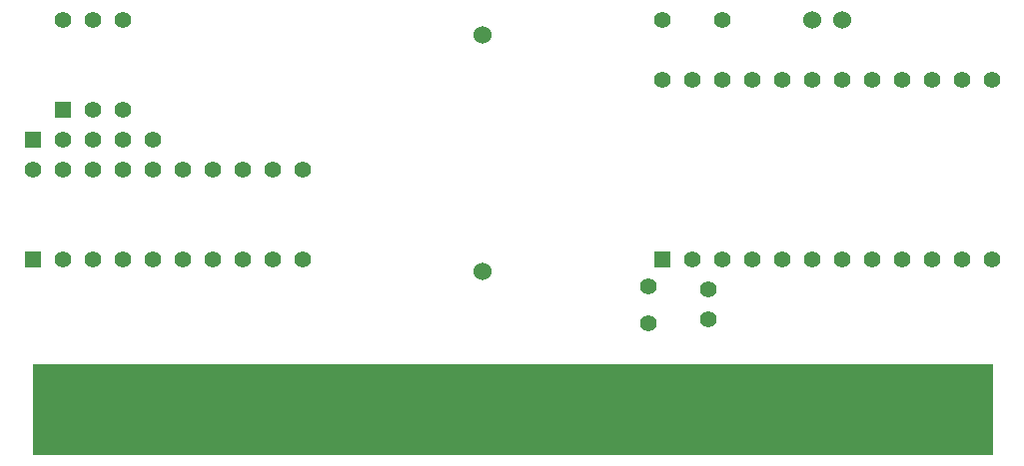
<source format=gbr>
%TF.GenerationSoftware,KiCad,Pcbnew,(6.0.8)*%
%TF.CreationDate,2024-04-27T10:12:53+02:00*%
%TF.ProjectId,RTC8088,52544338-3038-4382-9e6b-696361645f70,3.0*%
%TF.SameCoordinates,Original*%
%TF.FileFunction,Soldermask,Bot*%
%TF.FilePolarity,Negative*%
%FSLAX46Y46*%
G04 Gerber Fmt 4.6, Leading zero omitted, Abs format (unit mm)*
G04 Created by KiCad (PCBNEW (6.0.8)) date 2024-04-27 10:12:53*
%MOMM*%
%LPD*%
G01*
G04 APERTURE LIST*
%ADD10C,0.100000*%
%ADD11R,1.397000X1.397000*%
%ADD12C,1.397000*%
%ADD13C,1.524000*%
G04 APERTURE END LIST*
%TO.C,BUS1*%
G36*
X193040000Y-95250000D02*
G01*
X111760000Y-95250000D01*
X111760000Y-87630000D01*
X193040000Y-87630000D01*
X193040000Y-95250000D01*
G37*
D10*
X193040000Y-95250000D02*
X111760000Y-95250000D01*
X111760000Y-87630000D01*
X193040000Y-87630000D01*
X193040000Y-95250000D01*
%TD*%
D11*
%TO.C,U1*%
X165100000Y-78740000D03*
D12*
X167640000Y-78740000D03*
X170180000Y-78740000D03*
X172720000Y-78740000D03*
X175260000Y-78740000D03*
X177800000Y-78740000D03*
X180340000Y-78740000D03*
X182880000Y-78740000D03*
X185420000Y-78740000D03*
X187960000Y-78740000D03*
X190500000Y-78740000D03*
X193040000Y-78740000D03*
X193040000Y-63500000D03*
X190500000Y-63500000D03*
X187960000Y-63500000D03*
X185420000Y-63500000D03*
X182880000Y-63500000D03*
X180340000Y-63500000D03*
X177800000Y-63500000D03*
X175260000Y-63500000D03*
X172720000Y-63500000D03*
X170180000Y-63500000D03*
X167640000Y-63500000D03*
X165100000Y-63500000D03*
%TD*%
D11*
%TO.C,RN1*%
X111760000Y-68580000D03*
D12*
X114300000Y-68580000D03*
X116840000Y-68580000D03*
X119380000Y-68580000D03*
X121920000Y-68580000D03*
%TD*%
D13*
%TO.C,JP1*%
X177800000Y-58420000D03*
X180340000Y-58420000D03*
%TD*%
D11*
%TO.C,U2*%
X111760000Y-78740000D03*
D12*
X114300000Y-78740000D03*
X116840000Y-78740000D03*
X119380000Y-78740000D03*
X121920000Y-78740000D03*
X124460000Y-78740000D03*
X127000000Y-78740000D03*
X129540000Y-78740000D03*
X132080000Y-78740000D03*
X134620000Y-78740000D03*
X134620000Y-71120000D03*
X132080000Y-71120000D03*
X129540000Y-71120000D03*
X127000000Y-71120000D03*
X124460000Y-71120000D03*
X121920000Y-71120000D03*
X119380000Y-71120000D03*
X116840000Y-71120000D03*
X114300000Y-71120000D03*
X111760000Y-71120000D03*
%TD*%
D11*
%TO.C,SW1*%
X114300000Y-66040000D03*
D12*
X116840000Y-66040000D03*
X119380000Y-66040000D03*
X119380000Y-58420000D03*
X116840000Y-58420000D03*
X114300000Y-58420000D03*
%TD*%
%TO.C,Y1*%
X168998685Y-81280000D03*
X168998685Y-83820000D03*
X163918685Y-84137500D03*
X163918685Y-80962500D03*
%TD*%
%TO.C,C1*%
X165100000Y-58420000D03*
X170180000Y-58420000D03*
%TD*%
D13*
%TO.C,BT1*%
X149860000Y-59692540D03*
X149860000Y-79692500D03*
%TD*%
M02*

</source>
